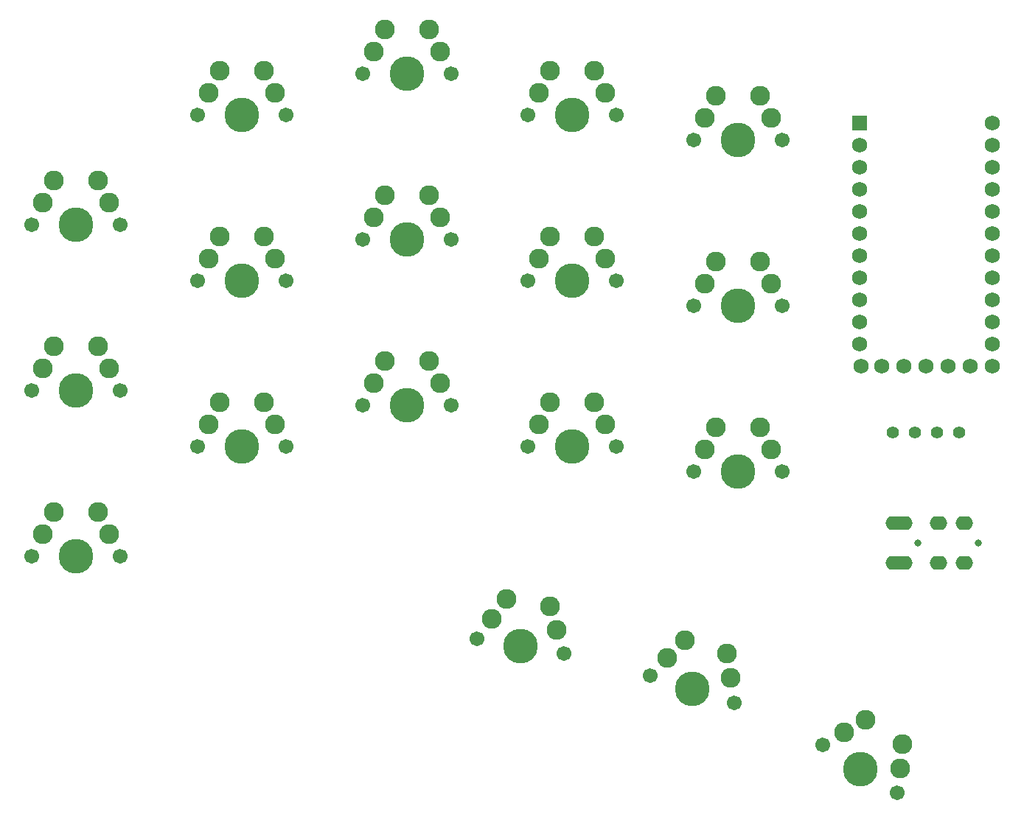
<source format=gbr>
%TF.GenerationSoftware,KiCad,Pcbnew,8.0.3*%
%TF.CreationDate,2024-07-02T22:23:14+01:00*%
%TF.ProjectId,simple_split,73696d70-6c65-45f7-9370-6c69742e6b69,v1.0.0*%
%TF.SameCoordinates,Original*%
%TF.FileFunction,Soldermask,Top*%
%TF.FilePolarity,Negative*%
%FSLAX46Y46*%
G04 Gerber Fmt 4.6, Leading zero omitted, Abs format (unit mm)*
G04 Created by KiCad (PCBNEW 8.0.3) date 2024-07-02 22:23:14*
%MOMM*%
%LPD*%
G01*
G04 APERTURE LIST*
%ADD10C,1.701800*%
%ADD11C,3.987800*%
%ADD12C,2.286000*%
%ADD13R,1.752600X1.752600*%
%ADD14C,1.752600*%
%ADD15C,0.800000*%
%ADD16O,2.000000X1.600000*%
%ADD17C,1.397000*%
G04 APERTURE END LIST*
D10*
%TO.C,S3*%
X77670000Y-92900500D03*
D11*
X82750000Y-92900500D03*
D10*
X87830000Y-92900500D03*
D12*
X80210000Y-87820500D03*
X85290000Y-87820500D03*
X78940000Y-90360500D03*
X86560000Y-90360500D03*
%TD*%
D13*
%TO.C,U2*%
X172720000Y-81280000D03*
D14*
X172720000Y-83820000D03*
X172720000Y-86360000D03*
X172720000Y-88900000D03*
X172720000Y-91440000D03*
X172720000Y-93980000D03*
X172720000Y-96520000D03*
X172720000Y-99060000D03*
X172720000Y-101600000D03*
X172720000Y-104140000D03*
X172720000Y-106680000D03*
X172948600Y-109220000D03*
X187960000Y-109220000D03*
X187960000Y-106680000D03*
X187960000Y-104140000D03*
X187960000Y-101600000D03*
X187960000Y-99060000D03*
X187960000Y-96520000D03*
X187960000Y-93980000D03*
X187960000Y-91440000D03*
X187960000Y-88900000D03*
X187960000Y-86360000D03*
X187960000Y-83820000D03*
X187960000Y-81280000D03*
X175260000Y-109220000D03*
X177800000Y-109220000D03*
X180340000Y-109220000D03*
X182880000Y-109220000D03*
X185420000Y-109220000D03*
%TD*%
D10*
%TO.C,S4*%
X96670000Y-118427500D03*
D11*
X101750000Y-118427500D03*
D10*
X106830000Y-118427500D03*
D12*
X99210000Y-113347500D03*
X104290000Y-113347500D03*
X97940000Y-115887500D03*
X105560000Y-115887500D03*
%TD*%
D10*
%TO.C,S13*%
X153670000Y-121285000D03*
D11*
X158750000Y-121285000D03*
D10*
X163830000Y-121285000D03*
D12*
X156210000Y-116205000D03*
X161290000Y-116205000D03*
X154940000Y-118745000D03*
X162560000Y-118745000D03*
%TD*%
D10*
%TO.C,S8*%
X115670000Y-94615000D03*
D11*
X120750000Y-94615000D03*
D10*
X125830000Y-94615000D03*
D12*
X118210000Y-89535000D03*
X123290000Y-89535000D03*
X116940000Y-92075000D03*
X124560000Y-92075000D03*
%TD*%
D10*
%TO.C,S9*%
X115670000Y-75565000D03*
D11*
X120750000Y-75565000D03*
D10*
X125830000Y-75565000D03*
D12*
X118210000Y-70485000D03*
X123290000Y-70485000D03*
X116940000Y-73025000D03*
X124560000Y-73025000D03*
%TD*%
D15*
%TO.C,J2*%
X186392500Y-129540000D03*
X179392500Y-129540000D03*
D16*
X176692500Y-127240000D03*
X177792500Y-131840000D03*
X181792500Y-131840000D03*
X184792500Y-131840000D03*
%TD*%
D10*
%TO.C,S18*%
X168525554Y-152721234D03*
D11*
X172786000Y-155488000D03*
D10*
X177046446Y-158254766D03*
D12*
X173422543Y-149844170D03*
X177682990Y-152610937D03*
X170974048Y-151282702D03*
X177364718Y-155432851D03*
%TD*%
D10*
%TO.C,S12*%
X134670000Y-80327500D03*
D11*
X139750000Y-80327500D03*
D10*
X144830000Y-80327500D03*
D12*
X137210000Y-75247500D03*
X142290000Y-75247500D03*
X135940000Y-77787500D03*
X143560000Y-77787500D03*
%TD*%
D10*
%TO.C,S2*%
X77670000Y-111950500D03*
D11*
X82750000Y-111950500D03*
D10*
X87830000Y-111950500D03*
D12*
X80210000Y-106870500D03*
X85290000Y-106870500D03*
X78940000Y-109410500D03*
X86560000Y-109410500D03*
%TD*%
D10*
%TO.C,S7*%
X115670000Y-113665000D03*
D11*
X120750000Y-113665000D03*
D10*
X125830000Y-113665000D03*
D12*
X118210000Y-108585000D03*
X123290000Y-108585000D03*
X116940000Y-111125000D03*
X124560000Y-111125000D03*
%TD*%
D10*
%TO.C,S15*%
X153670000Y-83185000D03*
D11*
X158750000Y-83185000D03*
D10*
X163830000Y-83185000D03*
D12*
X156210000Y-78105000D03*
X161290000Y-78105000D03*
X154940000Y-80645000D03*
X162560000Y-80645000D03*
%TD*%
D10*
%TO.C,S16*%
X128763177Y-140485467D03*
D11*
X133766000Y-141367600D03*
D10*
X138768823Y-142249733D03*
D12*
X132146721Y-135923710D03*
X137149544Y-136805843D03*
X130454949Y-138204589D03*
X137959184Y-139527788D03*
%TD*%
D10*
%TO.C,S14*%
X153670000Y-102235000D03*
D11*
X158750000Y-102235000D03*
D10*
X163830000Y-102235000D03*
D12*
X156210000Y-97155000D03*
X161290000Y-97155000D03*
X154940000Y-99695000D03*
X162560000Y-99695000D03*
%TD*%
D10*
%TO.C,S5*%
X96670000Y-99377500D03*
D11*
X101750000Y-99377500D03*
D10*
X106830000Y-99377500D03*
D12*
X99210000Y-94297500D03*
X104290000Y-94297500D03*
X97940000Y-96837500D03*
X105560000Y-96837500D03*
%TD*%
D10*
%TO.C,S6*%
X96670000Y-80327500D03*
D11*
X101750000Y-80327500D03*
D10*
X106830000Y-80327500D03*
D12*
X99210000Y-75247500D03*
X104290000Y-75247500D03*
X97940000Y-77787500D03*
X105560000Y-77787500D03*
%TD*%
D10*
%TO.C,S1*%
X77670000Y-131000500D03*
D11*
X82750000Y-131000500D03*
D10*
X87830000Y-131000500D03*
D12*
X80210000Y-125920500D03*
X85290000Y-125920500D03*
X78940000Y-128460500D03*
X86560000Y-128460500D03*
%TD*%
D10*
%TO.C,S17*%
X148663133Y-144716694D03*
D11*
X153494500Y-146286500D03*
D10*
X158325867Y-147856306D03*
D12*
X152648623Y-140670230D03*
X157479990Y-142240036D03*
X150655878Y-142693462D03*
X157902928Y-145048171D03*
%TD*%
D10*
%TO.C,S11*%
X134670000Y-99377500D03*
D11*
X139750000Y-99377500D03*
D10*
X144830000Y-99377500D03*
D12*
X137210000Y-94297500D03*
X142290000Y-94297500D03*
X135940000Y-96837500D03*
X143560000Y-96837500D03*
%TD*%
D10*
%TO.C,S10*%
X134670000Y-118427500D03*
D11*
X139750000Y-118427500D03*
D10*
X144830000Y-118427500D03*
D12*
X137210000Y-113347500D03*
X142290000Y-113347500D03*
X135940000Y-115887500D03*
X143560000Y-115887500D03*
%TD*%
D17*
%TO.C,OL2*%
X184150000Y-116840000D03*
X181610000Y-116840000D03*
X179070000Y-116840000D03*
X176530000Y-116840000D03*
%TD*%
D15*
%TO.C,J1*%
X179392500Y-129540000D03*
X186392500Y-129540000D03*
D16*
X176692500Y-131840000D03*
X177792500Y-127240000D03*
X181792500Y-127240000D03*
X184792500Y-127240000D03*
%TD*%
M02*

</source>
